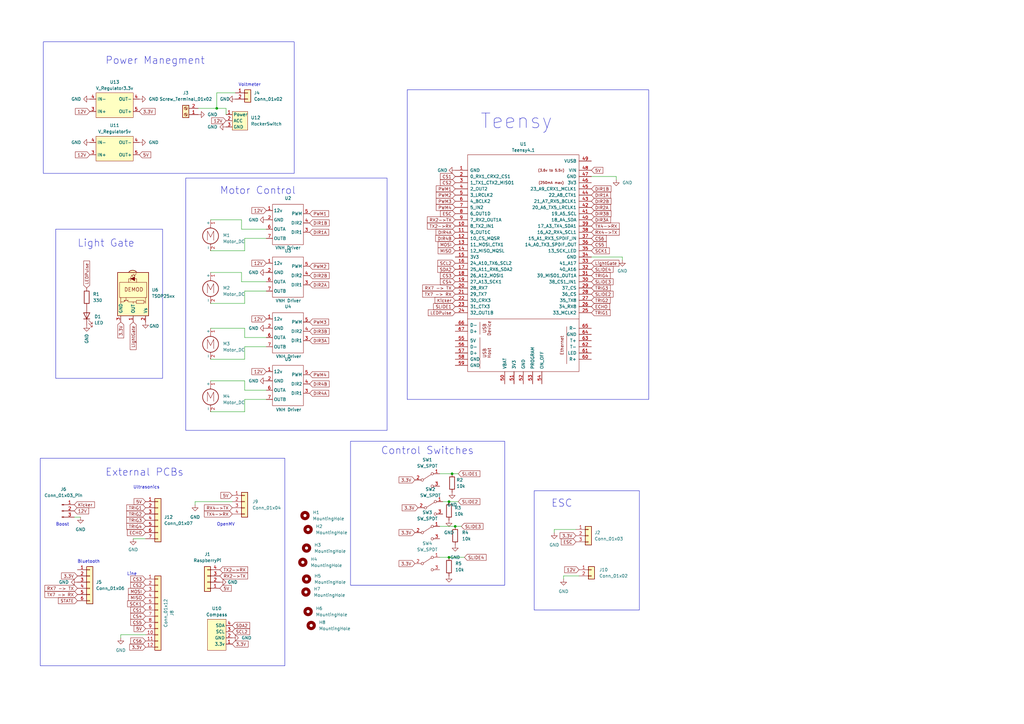
<source format=kicad_sch>
(kicad_sch (version 20231120) (generator "eeschema") (generator_version "8.0")
  (paper "A3")
  (lib_symbols
    (symbol "Compass_Sensor:SEN0140"
      (property "Reference" "U" (at 0 -8.89 0))
      (property "Value" "SEN0140" (at 0 8.89 0))
      (symbol "SEN0140_1_1"
        (pin input line (at -5.08 2.54 0) (length 2.54) (name "3.3v") (number "1"))
        (pin input line (at -5.08 0 0) (length 2.54) (name "GND") (number "2"))
        (pin input line (at -5.08 -2.54 0) (length 2.54) (name "SCL") (number "3"))
        (pin input line (at -5.08 -5.08 0) (length 2.54) (name "SDA") (number "4"))
      )
    )
    (symbol "Connector:Conn_01x03_Pin" (pin_names (offset 1.016) hide)
      (property "Reference" "J" (at 0 5.08 0))
      (property "Value" "Conn_01x03_Pin" (at 0 -5.08 0))
      (symbol "Conn_01x03_Pin_1_1"
        (pin passive line (at 5.08 2.54 180) (length 3.81) (name "Pin_1") (number "1"))
        (pin passive line (at 5.08 0 180) (length 3.81) (name "Pin_2") (number "2"))
        (pin passive line (at 5.08 -2.54 180) (length 3.81) (name "Pin_3") (number "3"))
      )
    )
    (symbol "Connector:Screw_Terminal_01x02" (pin_names (offset 1.016) hide)
      (property "Reference" "J" (at 0 2.54 0))
      (property "Value" "Screw_Terminal_01x02" (at 0 -5.08 0))
      (symbol "Screw_Terminal_01x02_1_1"
        (pin passive line (at -5.08 0 0) (length 3.81) (name "Pin_1") (number "1"))
        (pin passive line (at -5.08 -2.54 0) (length 3.81) (name "Pin_2") (number "2"))
      )
    )
    (symbol "Connector_Generic:Conn_01x02" (pin_names (offset 1.016) hide)
      (property "Reference" "J" (at 0 2.54 0))
      (property "Value" "Conn_01x02" (at 0 -5.08 0))
      (symbol "Conn_01x02_1_1"
        (pin passive line (at -5.08 0 0) (length 3.81) (name "Pin_1") (number "1"))
        (pin passive line (at -5.08 -2.54 0) (length 3.81) (name "Pin_2") (number "2"))
      )
    )
    (symbol "Connector_Generic:Conn_01x03" (pin_names (offset 1.016) hide)
      (property "Reference" "J" (at 0 5.08 0))
      (property "Value" "Conn_01x03" (at 0 -5.08 0))
      (symbol "Conn_01x03_1_1"
        (pin passive line (at -5.08 2.54 0) (length 3.81) (name "Pin_1") (number "1"))
        (pin passive line (at -5.08 0 0) (length 3.81) (name "Pin_2") (number "2"))
        (pin passive line (at -5.08 -2.54 0) (length 3.81) (name "Pin_3") (number "3"))
      )
    )
    (symbol "Connector_Generic:Conn_01x04" (pin_names (offset 1.016) hide)
      (property "Reference" "J" (at 0 5.08 0))
      (property "Value" "Conn_01x04" (at 0 -7.62 0))
      (symbol "Conn_01x04_1_1"
        (pin passive line (at -5.08 2.54 0) (length 3.81) (name "Pin_1") (number "1"))
        (pin passive line (at -5.08 0 0) (length 3.81) (name "Pin_2") (number "2"))
        (pin passive line (at -5.08 -2.54 0) (length 3.81) (name "Pin_3") (number "3"))
        (pin passive line (at -5.08 -5.08 0) (length 3.81) (name "Pin_4") (number "4"))
      )
    )
    (symbol "Connector_Generic:Conn_01x06" (pin_names (offset 1.016) hide)
      (property "Reference" "J" (at 0 7.62 0))
      (property "Value" "Conn_01x06" (at 0 -10.16 0))
      (symbol "Conn_01x06_1_1"
        (pin passive line (at -5.08 5.08 0) (length 3.81) (name "Pin_1") (number "1"))
        (pin passive line (at -5.08 2.54 0) (length 3.81) (name "Pin_2") (number "2"))
        (pin passive line (at -5.08 0 0) (length 3.81) (name "Pin_3") (number "3"))
        (pin passive line (at -5.08 -2.54 0) (length 3.81) (name "Pin_4") (number "4"))
        (pin passive line (at -5.08 -5.08 0) (length 3.81) (name "Pin_5") (number "5"))
        (pin passive line (at -5.08 -7.62 0) (length 3.81) (name "Pin_6") (number "6"))
      )
    )
    (symbol "Connector_Generic:Conn_01x07" (pin_names (offset 1.016) hide)
      (property "Reference" "J" (at 0 10.16 0))
      (property "Value" "Conn_01x07" (at 0 -10.16 0))
      (symbol "Conn_01x07_1_1"
        (pin passive line (at -5.08 7.62 0) (length 3.81) (name "Pin_1") (number "1"))
        (pin passive line (at -5.08 5.08 0) (length 3.81) (name "Pin_2") (number "2"))
        (pin passive line (at -5.08 2.54 0) (length 3.81) (name "Pin_3") (number "3"))
        (pin passive line (at -5.08 0 0) (length 3.81) (name "Pin_4") (number "4"))
        (pin passive line (at -5.08 -2.54 0) (length 3.81) (name "Pin_5") (number "5"))
        (pin passive line (at -5.08 -5.08 0) (length 3.81) (name "Pin_6") (number "6"))
        (pin passive line (at -5.08 -7.62 0) (length 3.81) (name "Pin_7") (number "7"))
      )
    )
    (symbol "Connector_Generic:Conn_01x12" (pin_names (offset 1.016) hide)
      (property "Reference" "J" (at 0 15.24 0))
      (property "Value" "Conn_01x12" (at 0 -17.78 0))
      (symbol "Conn_01x12_1_1"
        (pin passive line (at -5.08 12.7 0) (length 3.81) (name "Pin_1") (number "1"))
        (pin passive line (at -5.08 -10.16 0) (length 3.81) (name "Pin_10") (number "10"))
        (pin passive line (at -5.08 -12.7 0) (length 3.81) (name "Pin_11") (number "11"))
        (pin passive line (at -5.08 -15.24 0) (length 3.81) (name "Pin_12") (number "12"))
        (pin passive line (at -5.08 10.16 0) (length 3.81) (name "Pin_2") (number "2"))
        (pin passive line (at -5.08 7.62 0) (length 3.81) (name "Pin_3") (number "3"))
        (pin passive line (at -5.08 5.08 0) (length 3.81) (name "Pin_4") (number "4"))
        (pin passive line (at -5.08 2.54 0) (length 3.81) (name "Pin_5") (number "5"))
        (pin passive line (at -5.08 0 0) (length 3.81) (name "Pin_6") (number "6"))
        (pin passive line (at -5.08 -2.54 0) (length 3.81) (name "Pin_7") (number "7"))
        (pin passive line (at -5.08 -5.08 0) (length 3.81) (name "Pin_8") (number "8"))
        (pin passive line (at -5.08 -7.62 0) (length 3.81) (name "Pin_9") (number "9"))
      )
    )
    (symbol "Device:LED" (pin_numbers hide) (pin_names (offset 1.016) hide)
      (property "Reference" "D" (at 0 2.54 0))
      (property "Value" "LED" (at 0 -2.54 0))
      (symbol "LED_1_1"
        (pin passive line (at -3.81 0 0) (length 2.54) (name "K") (number "1"))
        (pin passive line (at 3.81 0 180) (length 2.54) (name "A") (number "2"))
      )
    )
    (symbol "Device:R" (pin_numbers hide) (pin_names (offset 0))
      (property "Reference" "R" (at 2.032 0 90))
      (property "Value" "R" (at 0 0 90))
      (symbol "R_1_1"
        (pin passive line (at 0 3.81 270) (length 1.27) (name "~") (number "1"))
        (pin passive line (at 0 -3.81 90) (length 1.27) (name "~") (number "2"))
      )
    )
    (symbol "Interface_Optical:TSOP25xx" (pin_names (offset 1.016))
      (property "Reference" "U" (at -10.16 7.62 0))
      (property "Value" "TSOP25xx" (at -10.16 -7.62 0))
      (symbol "TSOP25xx_0_0"
        (text "DEMOD" (at -3.175 0.254 900) (effects (font (size 1.524 1.524))))
      )
      (symbol "TSOP25xx_1_1"
        (pin output line (at 10.16 0 180) (length 2.54) (name "OUT") (number "1"))
        (pin power_in line (at 10.16 5.08 180) (length 2.54) (name "Vs") (number "2"))
        (pin power_in line (at 10.16 -5.08 180) (length 2.54) (name "GND") (number "3"))
      )
    )
    (symbol "Mechanical:MountingHole" (pin_names (offset 1.016))
      (property "Reference" "H" (at 0 5.08 0))
      (property "Value" "MountingHole" (at 0 3.175 0))
    )
    (symbol "Motor:Motor_DC" (pin_names (offset 0))
      (property "Reference" "M" (at 2.54 2.54 0))
      (property "Value" "Motor_DC" (at 2.54 -5.08 0))
      (symbol "Motor_DC_1_1"
        (pin passive line (at 0 5.08 270) (length 2.54) (name "+") (number "1"))
        (pin passive line (at 0 -7.62 90) (length 2.54) (name "-") (number "2"))
      )
    )
    (symbol "RockerSwitch:RockerSwitch"
      (property "Reference" "U" (at 0 -5.08 0))
      (property "Value" "RockerSwitch" (at 0 5.08 0))
      (symbol "RockerSwitch_1_1"
        (pin input line (at -5.08 2.54 0) (length 2.54) (name "Power") (number "1"))
        (pin input line (at -5.08 0 0) (length 2.54) (name "ACC") (number "2"))
        (pin input line (at -5.08 -2.54 0) (length 2.54) (name "GND") (number "3"))
      )
    )
    (symbol "Switch:SW_SPDT" (pin_names (offset 0) hide)
      (property "Reference" "SW" (at 0 4.318 0))
      (property "Value" "SW_SPDT" (at 0 -5.08 0))
      (symbol "SW_SPDT_1_1"
        (pin passive line (at 5.08 2.54 180) (length 2.54) (name "A") (number "1"))
        (pin passive line (at -5.08 0 0) (length 2.54) (name "B") (number "2"))
        (pin passive line (at 5.08 -2.54 180) (length 2.54) (name "C") (number "3"))
      )
    )
    (symbol "VNHMotorDriver:MotorDriver"
      (property "Reference" "U" (at 0 6.35 0))
      (property "Value" "VNH Driver" (at 0 -10.16 0))
      (symbol "MotorDriver_1_1"
        (pin input line (at -8.89 5.08 0) (length 2.54) (name "12v") (number "1"))
        (pin input line (at -8.89 1.27 0) (length 2.54) (name "GND") (number "2"))
        (pin input line (at 8.89 -3.81 180) (length 2.54) (name "DIR1") (number "3"))
        (pin input line (at 8.89 0 180) (length 2.54) (name "DIR2") (number "4"))
        (pin input line (at 8.89 3.81 180) (length 2.54) (name "PWM") (number "5"))
        (pin input line (at -8.89 -2.54 0) (length 2.54) (name "OUTA") (number "6"))
        (pin input line (at -8.89 -6.35 0) (length 2.54) (name "OUTB") (number "7"))
      )
    )
    (symbol "V_Regulator_-_5v_1"
      (property "Reference" "U13" (at 0 9.525 0))
      (property "Value" "V_Regulator3.3v" (at 0 6.985 0))
      (symbol "V_Regulator_-_5v_1_1_1"
        (pin input line (at -10.16 -2.54 0) (length 2.54) (name "IN+") (number "3"))
        (pin input line (at -10.16 2.54 0) (length 2.54) (name "IN-") (number "4"))
        (pin input line (at 10.16 2.54 180) (length 2.54) (name "OUT-") (number "4"))
        (pin input line (at 10.16 -2.54 180) (length 2.54) (name "OUT+") (number "5"))
      )
    )
    (symbol "Voltage Regulator:V_Regulator_-_5v"
      (property "Reference" "U11" (at 0 9.525 0))
      (property "Value" "V_Regulator5v" (at 0 6.985 0))
      (symbol "V_Regulator_-_5v_1_1"
        (pin input line (at -10.16 -2.54 0) (length 2.54) (name "IN+") (number "3"))
        (pin input line (at -10.16 2.54 0) (length 2.54) (name "IN-") (number "4"))
        (pin input line (at 10.16 2.54 180) (length 2.54) (name "OUT-") (number "4"))
        (pin input line (at 10.16 -2.54 180) (length 2.54) (name "OUT+") (number "5"))
      )
    )
    (symbol "power:GND" (power) (pin_names (offset 0))
      (property "Value" "GND" (at 0 -3.81 0))
      (symbol "GND_1_1"
        (pin power_in line (at 0 0 270) (length 0) hide (name "GND") (number "1"))
      )
    )
    (symbol "teensy:Teensy4.1" (pin_names (offset 1.016))
      (property "Reference" "U" (at 0 64.77 0))
      (property "Value" "Teensy4.1" (at 0 62.23 0))
      (symbol "Teensy4.1_0_0"
        (text "(250mA max)" (at 11.43 49.53 0) (effects (font (size 1.016 1.016))))
        (text "(3.6v to 5.5v)" (at 11.43 54.61 0) (effects (font (size 1.016 1.016))))
        (text "Device" (at -13.97 -10.16 900) (effects (font (size 1.27 1.27))))
        (text "Ethernet" (at 15.875 -17.145 900) (effects (font (size 1.27 1.27))))
        (text "Host" (at -13.97 -20.32 900) (effects (font (size 1.27 1.27))))
        (text "USB" (at -15.875 -20.32 900) (effects (font (size 1.27 1.27))))
        (text "USB" (at -15.875 -10.16 900) (effects (font (size 1.27 1.27))))
        (pin bidirectional line (at -27.94 31.75 0) (length 5.08) (name "8_TX2_IN1") (number "10"))
        (pin bidirectional line (at -27.94 29.21 0) (length 5.08) (name "9_OUT1C") (number "11"))
        (pin bidirectional line (at -27.94 26.67 0) (length 5.08) (name "10_CS_MQSR") (number "12"))
        (pin bidirectional line (at -27.94 24.13 0) (length 5.08) (name "11_MOSI_CTX1") (number "13"))
        (pin bidirectional line (at -27.94 21.59 0) (length 5.08) (name "12_MISO_MQSL") (number "14"))
        (pin power_in line (at -27.94 19.05 0) (length 5.08) (name "3V3") (number "15"))
        (pin bidirectional line (at -27.94 16.51 0) (length 5.08) (name "24_A10_TX6_SCL2") (number "16"))
        (pin bidirectional line (at -27.94 13.97 0) (length 5.08) (name "25_A11_RX6_SDA2") (number "17"))
        (pin bidirectional line (at -27.94 11.43 0) (length 5.08) (name "26_A12_MOSI1") (number "18"))
        (pin bidirectional line (at -27.94 8.89 0) (length 5.08) (name "27_A13_SCK1") (number "19"))
        (pin bidirectional line (at -27.94 6.35 0) (length 5.08) (name "28_RX7") (number "20"))
        (pin bidirectional line (at -27.94 3.81 0) (length 5.08) (name "29_TX7") (number "21"))
        (pin bidirectional line (at -27.94 1.27 0) (length 5.08) (name "30_CRX3") (number "22"))
        (pin bidirectional line (at -27.94 -1.27 0) (length 5.08) (name "31_CTX3") (number "23"))
        (pin bidirectional line (at -27.94 -3.81 0) (length 5.08) (name "32_OUT1B") (number "24"))
        (pin bidirectional line (at 27.94 -3.81 180) (length 5.08) (name "33_MCLK2") (number "25"))
        (pin bidirectional line (at 27.94 -1.27 180) (length 5.08) (name "34_RX8") (number "26"))
        (pin bidirectional line (at 27.94 1.27 180) (length 5.08) (name "35_TX8") (number "27"))
        (pin bidirectional line (at 27.94 3.81 180) (length 5.08) (name "36_CS") (number "28"))
        (pin bidirectional line (at 27.94 6.35 180) (length 5.08) (name "37_CS") (number "29"))
        (pin bidirectional line (at 27.94 8.89 180) (length 5.08) (name "38_CS1_IN1") (number "30"))
        (pin bidirectional line (at 27.94 11.43 180) (length 5.08) (name "39_MISO1_OUT1A") (number "31"))
        (pin bidirectional line (at 27.94 13.97 180) (length 5.08) (name "40_A16") (number "32"))
        (pin bidirectional line (at 27.94 16.51 180) (length 5.08) (name "41_A17") (number "33"))
        (pin bidirectional line (at 27.94 21.59 180) (length 5.08) (name "13_SCK_LED") (number "35"))
        (pin bidirectional line (at 27.94 24.13 180) (length 5.08) (name "14_A0_TX3_SPDIF_OUT") (number "36"))
        (pin bidirectional line (at 27.94 26.67 180) (length 5.08) (name "15_A1_RX3_SPDIF_IN") (number "37"))
        (pin bidirectional line (at 27.94 29.21 180) (length 5.08) (name "16_A2_RX4_SCL1") (number "38"))
        (pin bidirectional line (at 27.94 31.75 180) (length 5.08) (name "17_A3_TX4_SDA1") (number "39"))
        (pin bidirectional line (at 27.94 34.29 180) (length 5.08) (name "18_A4_SDA") (number "40"))
        (pin bidirectional line (at 27.94 36.83 180) (length 5.08) (name "19_A5_SCL") (number "41"))
        (pin bidirectional line (at 27.94 39.37 180) (length 5.08) (name "20_A6_TX5_LRCLK1") (number "42"))
        (pin bidirectional line (at 27.94 41.91 180) (length 5.08) (name "21_A7_RX5_BCLK1") (number "43"))
        (pin bidirectional line (at 27.94 44.45 180) (length 5.08) (name "22_A8_CTX1") (number "44"))
        (pin bidirectional line (at 27.94 46.99 180) (length 5.08) (name "23_A9_CRX1_MCLK1") (number "45"))
        (pin output line (at 27.94 49.53 180) (length 5.08) (name "3V3") (number "46"))
        (pin output line (at 27.94 52.07 180) (length 5.08) (name "GND") (number "47"))
        (pin power_in line (at 27.94 54.61 180) (length 5.08) (name "VIN") (number "48"))
        (pin power_out line (at 27.94 58.42 180) (length 5.08) (name "VUSB") (number "49"))
        (pin bidirectional line (at -27.94 44.45 0) (length 5.08) (name "3_LRCLK2") (number "5"))
        (pin power_in line (at -7.62 -33.02 90) (length 5.08) (name "VBAT") (number "50"))
        (pin power_in line (at -3.81 -33.02 90) (length 5.08) (name "3V3") (number "51"))
        (pin input line (at 0 -33.02 90) (length 5.08) (name "GND") (number "52"))
        (pin input line (at 3.81 -33.02 90) (length 5.08) (name "PROGRAM") (number "53"))
        (pin input line (at 7.62 -33.02 90) (length 5.08) (name "ON_OFF") (number "54"))
        (pin power_out line (at -27.94 -15.24 0) (length 5.08) (name "5V") (number "55"))
        (pin bidirectional line (at -27.94 -17.78 0) (length 5.08) (name "D-") (number "56"))
        (pin bidirectional line (at -27.94 -20.32 0) (length 5.08) (name "D+") (number "57"))
        (pin power_in line (at -27.94 -22.86 0) (length 5.08) (name "GND") (number "58"))
        (pin power_in line (at -27.94 -25.4 0) (length 5.08) (name "GND") (number "59"))
        (pin bidirectional line (at -27.94 41.91 0) (length 5.08) (name "4_BCLK2") (number "6"))
        (pin bidirectional line (at 27.94 -22.86 180) (length 5.08) (name "R+") (number "60"))
        (pin bidirectional line (at 27.94 -20.32 180) (length 5.08) (name "LED") (number "61"))
        (pin bidirectional line (at 27.94 -17.78 180) (length 5.08) (name "T-") (number "62"))
        (pin bidirectional line (at 27.94 -15.24 180) (length 5.08) (name "T+") (number "63"))
        (pin power_in line (at 27.94 -12.7 180) (length 5.08) (name "GND") (number "64"))
        (pin bidirectional line (at 27.94 -10.16 180) (length 5.08) (name "R-") (number "65"))
        (pin bidirectional line (at -27.94 -8.89 0) (length 5.08) (name "D-") (number "66"))
        (pin bidirectional line (at -27.94 -11.43 0) (length 5.08) (name "D+") (number "67"))
        (pin bidirectional line (at -27.94 39.37 0) (length 5.08) (name "5_IN2") (number "7"))
        (pin bidirectional line (at -27.94 36.83 0) (length 5.08) (name "6_OUT1D") (number "8"))
        (pin bidirectional line (at -27.94 34.29 0) (length 5.08) (name "7_RX2_OUT1A") (number "9"))
      )
      (symbol "Teensy4.1_1_1"
        (pin power_in line (at -27.94 54.61 0) (length 5.08) (name "GND") (number "1"))
        (pin bidirectional line (at -27.94 52.07 0) (length 5.08) (name "0_RX1_CRX2_CS1") (number "2"))
        (pin bidirectional line (at -27.94 49.53 0) (length 5.08) (name "1_TX1_CTX2_MISO1") (number "3"))
        (pin power_in line (at 27.94 19.05 180) (length 5.08) (name "GND") (number "34"))
        (pin bidirectional line (at -27.94 46.99 0) (length 5.08) (name "2_OUT2") (number "4"))
      )
    )
  )
  (junction (at 88.9 44.45))
  (junction (at 185.42 194.31))
  (junction (at 184.15 205.74))
  (junction (at 184.15 228.6))
  (junction (at 186.69 215.9))
  (wire (pts (xy 99.06 93.98) (xy 99.06 90.17)))
  (wire (pts (xy 100.33 168.91) (xy 86.36 168.91)))
  (wire (pts (xy 100.33 160.02) (xy 100.33 156.21)))
  (wire (pts (xy 100.33 138.43) (xy 100.33 134.62)))
  (wire (pts (xy 180.34 194.31) (xy 185.42 194.31)))
  (wire (pts (xy 186.69 215.9) (xy 189.23 215.9)))
  (wire (pts (xy 100.33 119.38) (xy 100.33 124.46)))
  (wire (pts (xy 88.9 44.45) (xy 92.71 44.45)))
  (wire (pts (xy 100.33 156.21) (xy 86.36 156.21)))
  (wire (pts (xy 100.33 97.79) (xy 100.33 102.87)))
  (wire (pts (xy 180.34 215.9) (xy 186.69 215.9)))
  (wire (pts (xy 100.33 163.83) (xy 100.33 168.91)))
  (wire (pts (xy 109.22 160.02) (xy 100.33 160.02)))
  (wire (pts (xy 252.73 72.39) (xy 242.57 72.39)))
  (wire (pts (xy 88.9 38.1) (xy 88.9 44.45)))
  (wire (pts (xy 109.22 142.24) (xy 100.33 142.24)))
  (wire (pts (xy 100.33 124.46) (xy 86.36 124.46)))
  (wire (pts (xy 96.52 38.1) (xy 88.9 38.1)))
  (wire (pts (xy 252.73 73.66) (xy 252.73 72.39)))
  (wire (pts (xy 99.06 115.57) (xy 99.06 111.76)))
  (wire (pts (xy 231.14 236.22) (xy 237.49 236.22)))
  (wire (pts (xy 100.33 102.87) (xy 86.36 102.87)))
  (wire (pts (xy 100.33 142.24) (xy 100.33 147.32)))
  (wire (pts (xy 227.33 217.17) (xy 236.22 217.17)))
  (wire (pts (xy 49.53 260.35) (xy 59.69 260.35)))
  (wire (pts (xy 99.06 111.76) (xy 86.36 111.76)))
  (wire (pts (xy 180.34 228.6) (xy 184.15 228.6)))
  (wire (pts (xy 80.01 205.74) (xy 95.25 205.74)))
  (wire (pts (xy 109.22 115.57) (xy 99.06 115.57)))
  (wire (pts (xy 100.33 134.62) (xy 86.36 134.62)))
  (wire (pts (xy 81.28 44.45) (xy 88.9 44.45)))
  (wire (pts (xy 30.48 212.09) (xy 33.02 212.09)))
  (wire (pts (xy 80.01 207.01) (xy 80.01 205.74)))
  (wire (pts (xy 109.22 119.38) (xy 100.33 119.38)))
  (wire (pts (xy 100.33 147.32) (xy 86.36 147.32)))
  (wire (pts (xy 181.61 205.74) (xy 184.15 205.74)))
  (wire (pts (xy 109.22 138.43) (xy 100.33 138.43)))
  (wire (pts (xy 109.22 97.79) (xy 100.33 97.79)))
  (wire (pts (xy 255.27 105.41) (xy 242.57 105.41)))
  (wire (pts (xy 185.42 194.31) (xy 187.96 194.31)))
  (wire (pts (xy 92.71 44.45) (xy 92.71 46.99)))
  (wire (pts (xy 184.15 228.6) (xy 190.5 228.6)))
  (wire (pts (xy 109.22 93.98) (xy 99.06 93.98)))
  (wire (pts (xy 99.06 90.17) (xy 86.36 90.17)))
  (wire (pts (xy 59.69 220.98) (xy 54.61 220.98)))
  (wire (pts (xy 231.14 237.49) (xy 231.14 236.22)))
  (wire (pts (xy 227.33 218.44) (xy 227.33 217.17)))
  (wire (pts (xy 255.27 106.68) (xy 255.27 105.41)))
  (wire (pts (xy 184.15 205.74) (xy 187.96 205.74)))
  (wire (pts (xy 109.22 163.83) (xy 100.33 163.83)))
  (wire (pts (xy 49.53 261.62) (xy 49.53 260.35)))
  (rectangle (start 219.075 201.295) (end 262.255 250.19))
  (rectangle (start 167.005 36.83) (end 266.065 163.83))
  (rectangle (start 22.86 93.98) (end 66.675 155.194))
  (rectangle (start 76.2 73.025) (end 158.75 176.53))
  (rectangle (start 17.78 17.145) (end 120.65 71.12))
  (rectangle (start 16.51 187.96) (end 116.84 273.05))
  (rectangle (start 143.764 180.975) (end 207.01 240.03))
  (text "Line" (at 52.07 236.22 0) (effects (font (size 1.27 1.27)) (justify left bottom)))
  (text "OpenMV" (at 88.9 215.9 0) (effects (font (size 1.27 1.27)) (justify left bottom)))
  (text "Voltmeter\n" (at 97.79 35.56 0) (effects (font (size 1.27 1.27)) (justify left bottom)))
  (text "Light Gate" (at 31.75 101.6 0) (effects (font (size 3 3)) (justify left bottom)))
  (text "External PCBs" (at 43.18 195.58 0) (effects (font (size 3 3)) (justify left bottom)))
  (text "Boost" (at 22.86 215.9 0) (effects (font (size 1.27 1.27)) (justify left bottom)))
  (text "Control Switches" (at 156.21 186.69 0) (effects (font (size 3 3)) (justify left bottom)))
  (text "Teensy" (at 196.85 53.34 0) (effects (font (size 6 6)) (justify left bottom)))
  (text "ESC" (at 226.06 208.28 0) (effects (font (size 3 3)) (justify left bottom)))
  (text "Bluetooth\n" (at 31.75 231.14 0) (effects (font (size 1.27 1.27)) (justify left bottom)))
  (text "Ultrasonics\n" (at 54.61 200.66 0) (effects (font (size 1.27 1.27)) (justify left bottom)))
  (text "Power Manegment" (at 43.18 26.67 0) (effects (font (size 3 3)) (justify left bottom)))
  (text "Motor Control" (at 90.17 80.01 0) (effects (font (size 3 3)) (justify left bottom)))
  (global_label "DIR1B" (shape input) (at 127 91.44 0) (property "Intersheetrefs" "${INTERSHEET_REFS}" (effects (hide yes))))
  (global_label "ECHO" (shape input) (at 59.69 218.44 180) (property "Intersheetrefs" "${INTERSHEET_REFS}" (effects (hide yes))))
  (global_label "TX4->RX" (shape input) (at 242.57 92.71 0) (property "Intersheetrefs" "${INTERSHEET_REFS}" (effects (hide yes))))
  (global_label "TRIG2" (shape input) (at 242.57 123.19 0) (property "Intersheetrefs" "${INTERSHEET_REFS}" (effects (hide yes))))
  (global_label "SDA2" (shape input) (at 95.25 256.54 0) (property "Intersheetrefs" "${INTERSHEET_REFS}" (effects (hide yes))))
  (global_label "RX7 -> TX" (shape input) (at 186.69 118.11 180) (property "Intersheetrefs" "${INTERSHEET_REFS}" (effects (hide yes))))
  (global_label "DIR3A" (shape input) (at 127 139.7 0) (property "Intersheetrefs" "${INTERSHEET_REFS}" (effects (hide yes))))
  (global_label "SCL2" (shape input) (at 95.25 259.08 0) (property "Intersheetrefs" "${INTERSHEET_REFS}" (effects (hide yes))))
  (global_label "3.3V" (shape input) (at 59.69 265.43 180) (property "Intersheetrefs" "${INTERSHEET_REFS}" (effects (hide yes))))
  (global_label "TX7 -> RX" (shape input) (at 186.69 120.65 180) (property "Intersheetrefs" "${INTERSHEET_REFS}" (effects (hide yes))))
  (global_label "12V" (shape input) (at 109.22 107.95 180) (property "Intersheetrefs" "${INTERSHEET_REFS}" (effects (hide yes))))
  (global_label "MOSI" (shape input) (at 186.69 100.33 180) (property "Intersheetrefs" "${INTERSHEET_REFS}" (effects (hide yes))))
  (global_label "12V" (shape input) (at 30.48 209.55 0) (property "Intersheetrefs" "${INTERSHEET_REFS}" (effects (hide yes))))
  (global_label "5V" (shape input) (at 59.69 205.74 180) (property "Intersheetrefs" "${INTERSHEET_REFS}" (effects (hide yes))))
  (global_label "3.3V" (shape input) (at 95.25 264.16 0) (property "Intersheetrefs" "${INTERSHEET_REFS}" (effects (hide yes))))
  (global_label "TX2->RX" (shape input) (at 90.17 233.68 0) (property "Intersheetrefs" "${INTERSHEET_REFS}" (effects (hide yes))))
  (global_label "ECHO" (shape input) (at 242.57 125.73 0) (property "Intersheetrefs" "${INTERSHEET_REFS}" (effects (hide yes))))
  (global_label "DIR3A" (shape input) (at 242.57 90.17 0) (property "Intersheetrefs" "${INTERSHEET_REFS}" (effects (hide yes))))
  (global_label "5V" (shape input) (at 90.17 241.3 0) (property "Intersheetrefs" "${INTERSHEET_REFS}" (effects (hide yes))))
  (global_label "RX7 -> TX" (shape input) (at 31.75 241.3 180) (property "Intersheetrefs" "${INTERSHEET_REFS}" (effects (hide yes))))
  (global_label "DIR2A" (shape input) (at 242.57 85.09 0) (property "Intersheetrefs" "${INTERSHEET_REFS}" (effects (hide yes))))
  (global_label "3.3V" (shape input) (at 170.18 218.44 180) (property "Intersheetrefs" "${INTERSHEET_REFS}" (effects (hide yes))))
  (global_label "3.3V" (shape input) (at 49.53 132.08 270) (property "Intersheetrefs" "${INTERSHEET_REFS}" (effects (hide yes))))
  (global_label "MISO" (shape input) (at 59.69 245.11 180) (property "Intersheetrefs" "${INTERSHEET_REFS}" (effects (hide yes))))
  (global_label "12V" (shape input) (at 92.71 49.53 180) (property "Intersheetrefs" "${INTERSHEET_REFS}" (effects (hide yes))))
  (global_label "LEDPulse" (shape input) (at 35.56 118.11 90) (property "Intersheetrefs" "${INTERSHEET_REFS}" (effects (hide yes))))
  (global_label "3.3V" (shape input) (at 171.45 208.28 180) (property "Intersheetrefs" "${INTERSHEET_REFS}" (effects (hide yes))))
  (global_label "CS6" (shape input) (at 59.69 262.89 180) (property "Intersheetrefs" "${INTERSHEET_REFS}" (effects (hide yes))))
  (global_label "Kicker" (shape input) (at 186.69 123.19 180) (property "Intersheetrefs" "${INTERSHEET_REFS}" (effects (hide yes))))
  (global_label "DIR4B" (shape input) (at 186.69 97.79 180) (property "Intersheetrefs" "${INTERSHEET_REFS}" (effects (hide yes))))
  (global_label "DIR3B" (shape input) (at 127 135.89 0) (property "Intersheetrefs" "${INTERSHEET_REFS}" (effects (hide yes))))
  (global_label "RX4->TX" (shape input) (at 242.57 95.25 0) (property "Intersheetrefs" "${INTERSHEET_REFS}" (effects (hide yes))))
  (global_label "DIR2B" (shape input) (at 242.57 82.55 0) (property "Intersheetrefs" "${INTERSHEET_REFS}" (effects (hide yes))))
  (global_label "CS4" (shape input) (at 59.69 252.73 180) (property "Intersheetrefs" "${INTERSHEET_REFS}" (effects (hide yes))))
  (global_label "3.3V" (shape input) (at 170.18 231.14 180) (property "Intersheetrefs" "${INTERSHEET_REFS}" (effects (hide yes))))
  (global_label "CS3" (shape input) (at 59.69 237.49 180) (property "Intersheetrefs" "${INTERSHEET_REFS}" (effects (hide yes))))
  (global_label "CS2" (shape input) (at 186.69 74.93 180) (property "Intersheetrefs" "${INTERSHEET_REFS}" (effects (hide yes))))
  (global_label "CS1" (shape input) (at 186.69 72.39 180) (property "Intersheetrefs" "${INTERSHEET_REFS}" (effects (hide yes))))
  (global_label "SCL2" (shape input) (at 186.69 107.95 180) (property "Intersheetrefs" "${INTERSHEET_REFS}" (effects (hide yes))))
  (global_label "DIR2A" (shape input) (at 127 116.84 0) (property "Intersheetrefs" "${INTERSHEET_REFS}" (effects (hide yes))))
  (global_label "TRIG4" (shape input) (at 59.69 215.9 180) (property "Intersheetrefs" "${INTERSHEET_REFS}" (effects (hide yes))))
  (global_label "PWM1" (shape input) (at 186.69 77.47 180) (property "Intersheetrefs" "${INTERSHEET_REFS}" (effects (hide yes))))
  (global_label "LightGate" (shape input) (at 242.57 107.95 0) (property "Intersheetrefs" "${INTERSHEET_REFS}" (effects (hide yes))))
  (global_label "DIR1A" (shape input) (at 242.57 80.01 0) (property "Intersheetrefs" "${INTERSHEET_REFS}" (effects (hide yes))))
  (global_label "PWM4" (shape input) (at 127 153.67 0) (property "Intersheetrefs" "${INTERSHEET_REFS}" (effects (hide yes))))
  (global_label "CS5" (shape input) (at 242.57 100.33 0) (property "Intersheetrefs" "${INTERSHEET_REFS}" (effects (hide yes))))
  (global_label "LightGate" (shape input) (at 54.61 132.08 270) (property "Intersheetrefs" "${INTERSHEET_REFS}" (effects (hide yes))))
  (global_label "TRIG2" (shape input) (at 59.69 210.82 180) (property "Intersheetrefs" "${INTERSHEET_REFS}" (effects (hide yes))))
  (global_label "SCK1" (shape input) (at 59.69 247.65 180) (property "Intersheetrefs" "${INTERSHEET_REFS}" (effects (hide yes))))
  (global_label "PWM2" (shape input) (at 127 109.22 0) (property "Intersheetrefs" "${INTERSHEET_REFS}" (effects (hide yes))))
  (global_label "DIR3B" (shape input) (at 242.57 87.63 0) (property "Intersheetrefs" "${INTERSHEET_REFS}" (effects (hide yes))))
  (global_label "DIR1A" (shape input) (at 127 95.25 0) (property "Intersheetrefs" "${INTERSHEET_REFS}" (effects (hide yes))))
  (global_label "SLIDE1" (shape input) (at 187.96 194.31 0) (property "Intersheetrefs" "${INTERSHEET_REFS}" (effects (hide yes))))
  (global_label "12V" (shape input) (at 36.83 63.5 180) (property "Intersheetrefs" "${INTERSHEET_REFS}" (effects (hide yes))))
  (global_label "DIR4B" (shape input) (at 127 157.48 0) (property "Intersheetrefs" "${INTERSHEET_REFS}" (effects (hide yes))))
  (global_label "PWM4" (shape input) (at 186.69 85.09 180) (property "Intersheetrefs" "${INTERSHEET_REFS}" (effects (hide yes))))
  (global_label "DIR1B" (shape input) (at 242.57 77.47 0) (property "Intersheetrefs" "${INTERSHEET_REFS}" (effects (hide yes))))
  (global_label "SLIDE3" (shape input) (at 242.57 115.57 0) (property "Intersheetrefs" "${INTERSHEET_REFS}" (effects (hide yes))))
  (global_label "5V" (shape input) (at 57.15 63.5 0) (property "Intersheetrefs" "${INTERSHEET_REFS}" (effects (hide yes))))
  (global_label "STATE" (shape input) (at 31.75 246.38 180) (property "Intersheetrefs" "${INTERSHEET_REFS}" (effects (hide yes))))
  (global_label "SLIDE2" (shape input) (at 187.96 205.74 0) (property "Intersheetrefs" "${INTERSHEET_REFS}" (effects (hide yes))))
  (global_label "3.3V" (shape input) (at 31.75 236.22 180) (property "Intersheetrefs" "${INTERSHEET_REFS}" (effects (hide yes))))
  (global_label "SLIDE3" (shape input) (at 189.23 215.9 0) (property "Intersheetrefs" "${INTERSHEET_REFS}" (effects (hide yes))))
  (global_label "5V" (shape input) (at 242.57 69.85 0) (property "Intersheetrefs" "${INTERSHEET_REFS}" (effects (hide yes))))
  (global_label "Kicker" (shape input) (at 30.48 207.01 0) (property "Intersheetrefs" "${INTERSHEET_REFS}" (effects (hide yes))))
  (global_label "SDA2" (shape input) (at 186.69 110.49 180) (property "Intersheetrefs" "${INTERSHEET_REFS}" (effects (hide yes))))
  (global_label "TRIG1" (shape input) (at 242.57 128.27 0) (property "Intersheetrefs" "${INTERSHEET_REFS}" (effects (hide yes))))
  (global_label "RX2->TX" (shape input) (at 90.17 236.22 0) (property "Intersheetrefs" "${INTERSHEET_REFS}" (effects (hide yes))))
  (global_label "3.3V" (shape input) (at 57.15 45.72 0) (property "Intersheetrefs" "${INTERSHEET_REFS}" (effects (hide yes))))
  (global_label "TX7 -> RX" (shape input) (at 31.75 243.84 180) (property "Intersheetrefs" "${INTERSHEET_REFS}" (effects (hide yes))))
  (global_label "MOSI" (shape input) (at 59.69 242.57 180) (property "Intersheetrefs" "${INTERSHEET_REFS}" (effects (hide yes))))
  (global_label "12V" (shape input) (at 109.22 152.4 180) (property "Intersheetrefs" "${INTERSHEET_REFS}" (effects (hide yes))))
  (global_label "DIR2B" (shape input) (at 127 113.03 0) (property "Intersheetrefs" "${INTERSHEET_REFS}" (effects (hide yes))))
  (global_label "DIR4A" (shape input) (at 127 161.29 0) (property "Intersheetrefs" "${INTERSHEET_REFS}" (effects (hide yes))))
  (global_label "SLIDE2" (shape input) (at 242.57 120.65 0) (property "Intersheetrefs" "${INTERSHEET_REFS}" (effects (hide yes))))
  (global_label "3.3V" (shape input) (at 236.22 219.71 180) (property "Intersheetrefs" "${INTERSHEET_REFS}" (effects (hide yes))))
  (global_label "RX4->TX" (shape input) (at 95.25 208.28 180) (property "Intersheetrefs" "${INTERSHEET_REFS}" (effects (hide yes))))
  (global_label "SLIDE1" (shape input) (at 186.69 125.73 180) (property "Intersheetrefs" "${INTERSHEET_REFS}" (effects (hide yes))))
  (global_label "ESC" (shape input) (at 186.69 87.63 180) (property "Intersheetrefs" "${INTERSHEET_REFS}" (effects (hide yes))))
  (global_label "PWM2" (shape input) (at 186.69 80.01 180) (property "Intersheetrefs" "${INTERSHEET_REFS}" (effects (hide yes))))
  (global_label "ESC" (shape input) (at 236.22 222.25 180) (property "Intersheetrefs" "${INTERSHEET_REFS}" (effects (hide yes))))
  (global_label "3.3V" (shape input) (at 170.18 196.85 180) (property "Intersheetrefs" "${INTERSHEET_REFS}" (effects (hide yes))))
  (global_label "TRIG3" (shape input) (at 242.57 118.11 0) (property "Intersheetrefs" "${INTERSHEET_REFS}" (effects (hide yes))))
  (global_label "DIR4A" (shape input) (at 186.69 95.25 180) (property "Intersheetrefs" "${INTERSHEET_REFS}" (effects (hide yes))))
  (global_label "TRIG3" (shape input) (at 59.69 213.36 180) (property "Intersheetrefs" "${INTERSHEET_REFS}" (effects (hide yes))))
  (global_label "TX4->RX" (shape input) (at 95.25 210.82 180) (property "Intersheetrefs" "${INTERSHEET_REFS}" (effects (hide yes))))
  (global_label "CS2" (shape input) (at 59.69 240.03 180) (property "Intersheetrefs" "${INTERSHEET_REFS}" (effects (hide yes))))
  (global_label "SCK1" (shape input) (at 242.57 102.87 0) (property "Intersheetrefs" "${INTERSHEET_REFS}" (effects (hide yes))))
  (global_label "LEDPulse" (shape input) (at 186.69 128.27 180) (property "Intersheetrefs" "${INTERSHEET_REFS}" (effects (hide yes))))
  (global_label "5V" (shape input) (at 95.25 203.2 180) (property "Intersheetrefs" "${INTERSHEET_REFS}" (effects (hide yes))))
  (global_label "CS3" (shape input) (at 186.69 113.03 180) (property "Intersheetrefs" "${INTERSHEET_REFS}" (effects (hide yes))))
  (global_label "12V" (shape input) (at 36.83 45.72 180) (property "Intersheetrefs" "${INTERSHEET_REFS}" (effects (hide yes))))
  (global_label "SLIDE4" (shape input) (at 242.57 110.49 0) (property "Intersheetrefs" "${INTERSHEET_REFS}" (effects (hide yes))))
  (global_label "TRIG4" (shape input) (at 242.57 113.03 0) (property "Intersheetrefs" "${INTERSHEET_REFS}" (effects (hide yes))))
  (global_label "RX2->TX" (shape input) (at 186.69 90.17 180) (property "Intersheetrefs" "${INTERSHEET_REFS}" (effects (hide yes))))
  (global_label "SLIDE4" (shape input) (at 190.5 228.6 0) (property "Intersheetrefs" "${INTERSHEET_REFS}" (effects (hide yes))))
  (global_label "PWM3" (shape input) (at 127 132.08 0) (property "Intersheetrefs" "${INTERSHEET_REFS}" (effects (hide yes))))
  (global_label "PWM3" (shape input) (at 186.69 82.55 180) (property "Intersheetrefs" "${INTERSHEET_REFS}" (effects (hide yes))))
  (global_label "TRIG1" (shape input) (at 59.69 208.28 180) (property "Intersheetrefs" "${INTERSHEET_REFS}" (effects (hide yes))))
  (global_label "CS6" (shape input) (at 242.57 97.79 0) (property "Intersheetrefs" "${INTERSHEET_REFS}" (effects (hide yes))))
  (global_label "12V" (shape input) (at 237.49 233.68 180) (property "Intersheetrefs" "${INTERSHEET_REFS}" (effects (hide yes))))
  (global_label "5V" (shape input) (at 59.69 257.81 180) (property "Intersheetrefs" "${INTERSHEET_REFS}" (effects (hide yes))))
  (global_label "CS5" (shape input) (at 59.69 255.27 180) (property "Intersheetrefs" "${INTERSHEET_REFS}" (effects (hide yes))))
  (global_label "CS4" (shape input) (at 186.69 115.57 180) (property "Intersheetrefs" "${INTERSHEET_REFS}" (effects (hide yes))))
  (global_label "CS1" (shape input) (at 59.69 250.19 180) (property "Intersheetrefs" "${INTERSHEET_REFS}" (effects (hide yes))))
  (global_label "MISO" (shape input) (at 186.69 102.87 180) (property "Intersheetrefs" "${INTERSHEET_REFS}" (effects (hide yes))))
  (global_label "12V" (shape input) (at 109.22 130.81 180) (property "Intersheetrefs" "${INTERSHEET_REFS}" (effects (hide yes))))
  (global_label "12V" (shape input) (at 109.22 86.36 180) (property "Intersheetrefs" "${INTERSHEET_REFS}" (effects (hide yes))))
  (global_label "TX2->RX" (shape input) (at 186.69 92.71 180) (property "Intersheetrefs" "${INTERSHEET_REFS}" (effects (hide yes))))
  (global_label "PWM1" (shape input) (at 127 87.63 0) (property "Intersheetrefs" "${INTERSHEET_REFS}" (effects (hide yes))))
  (symbol (lib_id "power:GND") (at 92.71 52.07 270) (unit 1)
    (property "Reference" "#PWR07" (effects (hide yes)))
    (property "Value" "GND" (at 85.09 52.07 90) (effects (justify left)))
  )
  (symbol (lib_id "power:GND") (at 184.15 236.22 0) (unit 1)
    (property "Reference" "#PWR029" (effects (hide yes)))
    (property "Value" "GND" (effects (hide yes)))
  )
  (symbol (lib_id "power:GND") (at 185.42 201.93 0) (unit 1)
    (property "Reference" "#PWR026" (effects (hide yes)))
    (property "Value" "GND" (at 185.42 207.01 0))
  )
  (symbol (lib_id "power:GND") (at 57.15 40.64 90) (unit 1)
    (property "Reference" "#PWR017" (effects (hide yes)))
    (property "Value" "GND" (at 60.96 40.64 90) (effects (justify right)))
  )
  (symbol (lib_id "power:GND") (at 95.25 261.62 90) (unit 1)
    (property "Reference" "#PWR02" (effects (hide yes)))
    (property "Value" "GND" (at 99.06 261.6201 90) (effects (justify right)))
  )
  (symbol (lib_id "Interface_Optical:TSOP25xx") (at 54.61 121.92 270) (unit 1)
    (property "Reference" "U6" (at 62.23 118.9149 90) (effects (justify left)))
    (property "Value" "TSOP25xx" (at 62.23 121.4549 90) (effects (justify left)))
    (property "Footprint" "Connector_JST:JST_XH_B3B-XH-AM_1x03_P2.50mm_Vertical" (effects (hide yes)))
    (property "Datasheet" "http://www.vishay.com/docs/82460/tsop45.pdf" (effects (hide yes)))
  )
  (symbol (lib_id "Mechanical:MountingHole") (at 125.73 224.79 0) (unit 1)
    (property "Reference" "H3" (at 128.905 223.52 0) (effects (justify left)))
    (property "Value" "MountingHole" (at 128.905 226.06 0) (effects (justify left)))
    (property "Footprint" "MountingHole:MountingHole_3.2mm_M3_DIN965_Pad" (effects (hide yes)))
  )
  (symbol (lib_id "Connector_Generic:Conn_01x12") (at 64.77 250.19 0) (unit 1)
    (property "Reference" "J8" (at 70.485 251.46 90))
    (property "Value" "Conn_01x12" (at 67.945 251.46 90))
    (property "Footprint" "Connector_IDC:IDC-Header_2x06_P2.54mm_Vertical" (effects (hide yes)))
  )
  (symbol (lib_id "power:GND") (at 54.61 220.98 0) (unit 1)
    (property "Reference" "#PWR033" (effects (hide yes)))
    (property "Value" "GND" (at 54.61 225.425 0))
  )
  (symbol (lib_id "Device:R") (at 185.42 198.12 0) (unit 1)
    (property "Reference" "R2" (at 187.198 196.85 0) (effects (justify left)))
    (property "Value" "10k" (at 187.198 199.39 0) (effects (justify left)))
    (property "Footprint" "Capacitor_SMD:C_0805_2012Metric_Pad1.18x1.45mm_HandSolder" (effects (hide yes)))
  )
  (symbol (lib_id "Mechanical:MountingHole") (at 127.635 256.54 0) (unit 1)
    (property "Reference" "H8" (at 130.81 255.27 0) (effects (justify left)))
    (property "Value" "MountingHole" (at 130.81 257.81 0) (effects (justify left)))
    (property "Footprint" "MountingHole:MountingHole_2.7mm_M2.5_DIN965_Pad" (effects (hide yes)))
  )
  (symbol (lib_id "power:GND") (at 109.22 134.62 270) (unit 1)
    (property "Reference" "#PWR010" (effects (hide yes)))
    (property "Value" "GND" (at 106.045 134.62 90) (effects (justify right)))
  )
  (symbol (lib_id "power:GND") (at 49.53 261.62 0) (unit 1)
    (property "Reference" "#PWR019" (effects (hide yes)))
    (property "Value" "GND" (at 49.53 266.7 0))
  )
  (symbol (lib_id "Mechanical:MountingHole") (at 126.365 217.17 0) (unit 1)
    (property "Reference" "H2" (at 129.54 215.9 0) (effects (justify left)))
    (property "Value" "MountingHole" (at 129.54 218.44 0) (effects (justify left)))
    (property "Footprint" "MountingHole:MountingHole_3.2mm_M3_DIN965_Pad" (effects (hide yes)))
  )
  (symbol (lib_id "power:GND") (at 252.73 73.66 0) (unit 1)
    (property "Reference" "#PWR03" (effects (hide yes)))
    (property "Value" "GND" (at 255.27 74.93 0) (effects (justify left)))
  )
  (symbol (lib_id "Connector_Generic:Conn_01x02") (at 242.57 233.68 0) (unit 1)
    (property "Reference" "J10" (at 245.745 233.68 0) (effects (justify left)))
    (property "Value" "Conn_01x02" (at 245.745 236.22 0) (effects (justify left)))
    (property "Footprint" "Connector_JST:JST_XH_B2B-XH-AM_1x02_P2.50mm_Vertical" (effects (hide yes)))
  )
  (symbol (lib_id "power:GND") (at 186.69 223.52 0) (unit 1)
    (property "Reference" "#PWR028" (effects (hide yes)))
    (property "Value" "GND" (at 186.69 228.6 0))
  )
  (symbol (lib_id "Voltage Regulator:V_Regulator_-_5v") (at 46.99 60.96 0) (unit 1)
    (property "Reference" "U11" (at 46.99 51.435 0))
    (property "Value" "V_Regulator5v" (at 46.99 53.975 0))
    (property "Footprint" "Custom:Pololu Regulator" (effects (hide yes)))
  )
  (symbol (lib_id "power:GND") (at 33.02 212.09 0) (mirror y) (unit 1)
    (property "Reference" "#PWR018" (effects (hide yes)))
    (property "Value" "GND" (at 33.02 217.17 0))
  )
  (symbol (lib_id "VNHMotorDriver:MotorDriver") (at 118.11 157.48 0) (unit 1)
    (property "Reference" "U5" (at 118.11 147.32 0))
    (property "Value" "VNH Driver" (at 118.364 168.021 0))
    (property "Footprint" "MotorDriver:VNHDriver" (effects (hide yes)))
  )
  (symbol (lib_id "power:GND") (at 81.28 46.99 90) (unit 1)
    (property "Reference" "#PWR06" (effects (hide yes)))
    (property "Value" "GND" (at 85.09 46.9899 90) (effects (justify right)))
  )
  (symbol (lib_id "power:GND") (at 90.17 238.76 90) (unit 1)
    (property "Reference" "#PWR014" (effects (hide yes)))
    (property "Value" "GND" (at 93.345 238.76 90) (effects (justify right)))
  )
  (symbol (lib_id "Device:R") (at 184.15 232.41 0) (unit 1)
    (property "Reference" "R5" (at 186.69 231.14 0) (effects (justify left)))
    (property "Value" "10k" (at 186.69 233.68 0) (effects (justify left)))
    (property "Footprint" "Capacitor_SMD:C_0805_2012Metric_Pad1.18x1.45mm_HandSolder" (effects (hide yes)))
  )
  (symbol (lib_id "power:GND") (at 227.33 218.44 0) (unit 1)
    (property "Reference" "#PWR021" (effects (hide yes)))
    (property "Value" "GND" (at 227.33 223.52 0))
  )
  (symbol (lib_id "Switch:SW_SPDT") (at 176.53 208.28 0) (unit 1)
    (property "Reference" "SW2" (at 176.53 200.66 0))
    (property "Value" "SW_SPDT" (at 176.53 203.2 0))
    (property "Footprint" "SlideSW:SPDT_OS102011_CNK" (effects (hide yes)))
  )
  (symbol (lib_id "power:GND") (at 184.15 213.36 0) (unit 1)
    (property "Reference" "#PWR027" (effects (hide yes)))
    (property "Value" "GND" (at 184.15 218.44 0))
  )
  (symbol (lib_id "RockerSwitch:RockerSwitch") (at 97.79 49.53 0) (unit 1)
    (property "Reference" "U12" (at 102.87 48.2599 0) (effects (justify left)))
    (property "Value" "RockerSwitch" (at 102.87 50.7999 0) (effects (justify left)))
    (property "Footprint" "RockerSwitch:RF1-1A-DC-2-B-2" (effects (hide yes)))
  )
  (symbol (lib_id "VNHMotorDriver:MotorDriver") (at 118.11 135.89 0) (unit 1)
    (property "Reference" "U4" (at 118.11 125.73 0))
    (property "Value" "VNH Driver" (at 118.364 146.177 0))
    (property "Footprint" "MotorDriver:VNHDriver" (effects (hide yes)))
  )
  (symbol (lib_id "VNHMotorDriver:MotorDriver") (at 118.11 113.03 0) (unit 1)
    (property "Reference" "U3" (at 118.11 102.87 0))
    (property "Value" "VNH Driver" (at 118.237 123.317 0))
    (property "Footprint" "MotorDriver:VNHDriver" (effects (hide yes)))
  )
  (symbol (lib_id "Switch:SW_SPDT") (at 175.26 218.44 0) (unit 1)
    (property "Reference" "SW3" (at 175.26 210.185 0))
    (property "Value" "SW_SPDT" (at 175.26 212.725 0))
    (property "Footprint" "SlideSW:SPDT_OS102011_CNK" (effects (hide yes)))
  )
  (symbol (lib_id "VNHMotorDriver:MotorDriver") (at 118.11 91.44 0) (unit 1)
    (property "Reference" "U2" (at 118.11 81.28 0))
    (property "Value" "VNH Driver" (at 118.11 101.6 0))
    (property "Footprint" "MotorDriver:VNHDriver" (effects (hide yes)))
  )
  (symbol (lib_id "Mechanical:MountingHole") (at 125.73 237.49 0) (unit 1)
    (property "Reference" "H5" (at 128.905 236.22 0) (effects (justify left)))
    (property "Value" "MountingHole" (at 128.905 238.76 0) (effects (justify left)))
    (property "Footprint" "MountingHole:MountingHole_2.7mm_M2.5_DIN965_Pad" (effects (hide yes)))
  )
  (symbol (lib_id "power:GND") (at 186.69 69.85 270) (unit 1)
    (property "Reference" "#PWR01" (effects (hide yes)))
    (property "Value" "GND" (at 183.515 69.85 90) (effects (justify right)))
  )
  (symbol (lib_id "Connector_Generic:Conn_01x02") (at 101.6 38.1 0) (unit 1)
    (property "Reference" "J4" (at 104.14 38.0999 0) (effects (justify left)))
    (property "Value" "Conn_01x02" (at 104.14 40.6399 0) (effects (justify left)))
    (property "Footprint" "Connector_JST:JST_XH_B2B-XH-AM_1x02_P2.50mm_Vertical" (effects (hide yes)))
  )
  (symbol (lib_id "power:GND") (at 36.83 40.64 270) (unit 1)
    (property "Reference" "#PWR016" (effects (hide yes)))
    (property "Value" "GND" (at 29.21 40.64 90) (effects (justify left)))
  )
  (symbol (lib_id "Device:R") (at 184.15 209.55 0) (unit 1)
    (property "Reference" "R3" (at 186.436 208.28 0) (effects (justify left)))
    (property "Value" "10k" (at 186.436 210.82 0) (effects (justify left)))
    (property "Footprint" "Capacitor_SMD:C_0805_2012Metric_Pad1.18x1.45mm_HandSolder" (effects (hide yes)))
  )
  (symbol (lib_id "Motor:Motor_DC") (at 86.36 116.84 0) (unit 1)
    (property "Reference" "M2" (at 91.44 118.11 0) (effects (justify left)))
    (property "Value" "Motor_DC" (at 91.44 120.65 0) (effects (justify left)))
    (property "Footprint" "Connector_JST:JST_XH_B2B-XH-AM_1x02_P2.50mm_Vertical" (effects (hide yes)))
  )
  (symbol (lib_id "power:GND") (at 231.14 237.49 0) (unit 1)
    (property "Reference" "#PWR022" (effects (hide yes)))
    (property "Value" "GND" (at 231.14 242.57 0))
  )
  (symbol (lib_id "Device:R") (at 186.69 219.71 0) (unit 1)
    (property "Reference" "R4" (at 189.484 218.44 0) (effects (justify left)))
    (property "Value" "10k" (at 189.484 220.98 0) (effects (justify left)))
    (property "Footprint" "Capacitor_SMD:C_0805_2012Metric_Pad1.18x1.45mm_HandSolder" (effects (hide yes)))
  )
  (symbol (lib_id "Connector_Generic:Conn_01x06") (at 36.83 238.76 0) (unit 1)
    (property "Reference" "J5" (at 39.37 238.7599 0) (effects (justify left)))
    (property "Value" "Conn_01x06" (at 39.37 241.2999 0) (effects (justify left)))
    (property "Footprint" "Connector_PinHeader_2.54mm:PinHeader_1x06_P2.54mm_Vertical" (effects (hide yes)))
  )
  (symbol (lib_id "Mechanical:MountingHole") (at 126.365 250.825 0) (unit 1)
    (property "Reference" "H6" (at 129.54 249.555 0) (effects (justify left)))
    (property "Value" "MountingHole" (at 129.54 252.095 0) (effects (justify left)))
    (property "Footprint" "MountingHole:MountingHole_2.7mm_M2.5_DIN965_Pad" (effects (hide yes)))
  )
  (symbol (lib_id "Connector_Generic:Conn_01x07") (at 64.77 213.36 0) (unit 1)
    (property "Reference" "J12" (at 67.31 212.0899 0) (effects (justify left)))
    (property "Value" "Conn_01x07" (at 67.31 214.6299 0) (effects (justify left)))
    (property "Footprint" "Connector_IDC:IDC-Header_2x04_P2.54mm_Vertical" (effects (hide yes)))
    (property "Description" "Generic connector, single row, 01x07, script generated (kicad-library-utils/schlib/autogen/connector/)" (effects (hide yes)))
  )
  (symbol (lib_id "power:GND") (at 57.15 58.42 90) (unit 1)
    (property "Reference" "#PWR05" (effects (hide yes)))
    (property "Value" "GND" (at 60.96 58.42 90) (effects (justify right)))
  )
  (symbol (lib_id "power:GND") (at 35.56 133.35 0) (unit 1)
    (property "Reference" "#PWR015" (effects (hide yes)))
    (property "Value" "GND" (at 35.56 140.97 90) (effects (justify left)))
  )
  (symbol (lib_name "V_Regulator_-_5v_1") (lib_id "Voltage Regulator:V_Regulator_-_5v") (at 46.99 43.18 0) (unit 1)
    (property "Reference" "U13" (at 46.99 33.655 0))
    (property "Value" "V_Regulator3.3v" (at 46.99 36.195 0))
    (property "Footprint" "Custom:Pololu Regulator" (effects (hide yes)))
  )
  (symbol (lib_id "Switch:SW_SPDT") (at 175.26 231.14 0) (unit 1)
    (property "Reference" "SW4" (at 175.26 222.885 0))
    (property "Value" "SW_SPDT" (at 175.26 225.425 0))
    (property "Footprint" "SlideSW:SPDT_OS102011_CNK" (effects (hide yes)))
  )
  (symbol (lib_id "Switch:SW_SPDT") (at 175.26 196.85 0) (unit 1)
    (property "Reference" "SW1" (at 175.26 188.595 0))
    (property "Value" "SW_SPDT" (at 175.26 191.135 0))
    (property "Footprint" "SlideSW:SPDT_OS102011_CNK" (effects (hide yes)))
  )
  (symbol (lib_id "Connector_Generic:Conn_01x03") (at 241.3 219.71 0) (unit 1)
    (property "Reference" "J2" (at 243.84 218.44 0) (effects (justify left)))
    (property "Value" "Conn_01x03" (at 243.84 220.98 0) (effects (justify left)))
    (property "Footprint" "Connector_JST:JST_XH_B3B-XH-AM_1x03_P2.50mm_Vertical" (effects (hide yes)))
  )
  (symbol (lib_id "Motor:Motor_DC") (at 86.36 95.25 0) (unit 1)
    (property "Reference" "M1" (at 91.44 96.52 0) (effects (justify left)))
    (property "Value" "Motor_DC" (at 91.44 99.06 0) (effects (justify left)))
    (property "Footprint" "Connector_JST:JST_XH_B2B-XH-AM_1x02_P2.50mm_Vertical" (effects (hide yes)))
  )
  (symbol (lib_id "Device:LED") (at 35.56 129.54 90) (unit 1)
    (property "Reference" "D1" (at 38.735 129.8575 90) (effects (justify right)))
    (property "Value" "LED" (at 38.735 132.3975 90) (effects (justify right)))
    (property "Footprint" "Connector_JST:JST_XH_B2B-XH-AM_1x02_P2.50mm_Vertical" (effects (hide yes)))
  )
  (symbol (lib_id "teensy:Teensy4.1") (at 214.63 124.46 0) (unit 1)
    (property "Reference" "U1" (at 214.63 59.055 0))
    (property "Value" "Teensy4.1" (at 214.63 61.595 0))
    (property "Footprint" "teensy:Teensy41" (effects (hide yes)))
  )
  (symbol (lib_id "Motor:Motor_DC") (at 86.36 161.29 0) (unit 1)
    (property "Reference" "M4" (at 91.44 162.56 0) (effects (justify left)))
    (property "Value" "Motor_DC" (at 91.44 165.1 0) (effects (justify left)))
    (property "Footprint" "Connector_JST:JST_XH_B2B-XH-AM_1x02_P2.50mm_Vertical" (effects (hide yes)))
  )
  (symbol (lib_id "Motor:Motor_DC") (at 86.36 139.7 0) (unit 1)
    (property "Reference" "M3" (at 91.44 140.97 0) (effects (justify left)))
    (property "Value" "Motor_DC" (at 91.44 143.51 0) (effects (justify left)))
    (property "Footprint" "Connector_JST:JST_XH_B2B-XH-AM_1x02_P2.50mm_Vertical" (effects (hide yes)))
  )
  (symbol (lib_id "power:GND") (at 109.22 156.21 270) (unit 1)
    (property "Reference" "#PWR09" (effects (hide yes)))
    (property "Value" "GND" (at 106.045 156.21 90) (effects (justify right)))
  )
  (symbol (lib_id "power:GND") (at 109.22 90.17 270) (unit 1)
    (property "Reference" "#PWR012" (effects (hide yes)))
    (property "Value" "GND" (at 106.045 90.17 90) (effects (justify right)))
  )
  (symbol (lib_id "power:GND") (at 80.01 207.01 0) (unit 1)
    (property "Reference" "#PWR020" (effects (hide yes)))
    (property "Value" "GND" (at 80.01 212.09 0))
  )
  (symbol (lib_id "power:GND") (at 255.27 106.68 0) (unit 1)
    (property "Reference" "#PWR023" (effects (hide yes)))
    (property "Value" "GND" (at 255.27 111.125 0))
  )
  (symbol (lib_id "Connector:Conn_01x03_Pin") (at 25.4 209.55 0) (unit 1)
    (property "Reference" "J6" (at 26.035 200.66 0))
    (property "Value" "Conn_01x03_Pin" (at 26.035 203.2 0))
    (property "Footprint" "Connector_JST:JST_XH_B3B-XH-AM_1x03_P2.50mm_Vertical" (effects (hide yes)))
  )
  (symbol (lib_id "Device:R") (at 35.56 121.92 0) (unit 1)
    (property "Reference" "R1" (at 38.1 120.65 0) (effects (justify left)))
    (property "Value" "330" (at 38.1 123.19 0) (effects (justify left)))
    (property "Footprint" "Resistor_THT:R_Axial_DIN0207_L6.3mm_D2.5mm_P10.16mm_Horizontal" (effects (hide yes)))
  )
  (symbol (lib_id "Mechanical:MountingHole") (at 125.476 242.824 0) (unit 1)
    (property "Reference" "H7" (at 128.651 241.554 0) (effects (justify left)))
    (property "Value" "MountingHole" (at 128.651 244.094 0) (effects (justify left)))
    (property "Footprint" "MountingHole:MountingHole_2.7mm_M2.5_DIN965_Pad" (effects (hide yes)))
  )
  (symbol (lib_id "power:GND") (at 59.69 132.08 0) (unit 1)
    (property "Reference" "#PWR025" (effects (hide yes)))
    (property "Value" "GND" (at 61.214 133.731 0) (effects (justify left)))
  )
  (symbol (lib_id "power:GND") (at 96.52 40.64 270) (unit 1)
    (property "Reference" "#PWR08" (effects (hide yes)))
    (property "Value" "GND" (at 90.17 40.64 90) (effects (justify left)))
  )
  (symbol (lib_id "power:GND") (at 36.83 58.42 270) (unit 1)
    (property "Reference" "#PWR04" (effects (hide yes)))
    (property "Value" "GND" (at 29.21 58.42 90) (effects (justify left)))
  )
  (symbol (lib_id "Compass_Sensor:SEN0140") (at 90.17 261.62 180) (unit 1)
    (property "Reference" "U10" (at 88.9 249.555 0))
    (property "Value" "Compass" (at 88.9 252.095 0))
    (property "Footprint" "Custom:Compass Sensor DFRobot" (effects (hide yes)))
  )
  (symbol (lib_id "power:GND") (at 109.22 111.76 270) (unit 1)
    (property "Reference" "#PWR011" (effects (hide yes)))
    (property "Value" "GND" (at 106.045 111.76 90) (effects (justify right)))
  )
  (symbol (lib_id "Mechanical:MountingHole") (at 125.095 211.455 0) (unit 1)
    (property "Reference" "H1" (at 128.27 210.185 0) (effects (justify left)))
    (property "Value" "MountingHole" (at 128.27 212.725 0) (effects (justify left)))
    (property "Footprint" "MountingHole:MountingHole_3.2mm_M3_DIN965_Pad" (effects (hide yes)))
  )
  (symbol (lib_id "power:GND") (at 31.75 238.76 270) (unit 1)
    (property "Reference" "#PWR013" (effects (hide yes)))
    (property "Value" "GND" (at 24.13 238.76 90) (effects (justify left)))
  )
  (symbol (lib_id "Connector_Generic:Conn_01x04") (at 100.33 205.74 0) (unit 1)
    (property "Reference" "J9" (at 103.505 205.74 0) (effects (justify left)))
    (property "Value" "Conn_01x04" (at 103.505 208.28 0) (effects (justify left)))
    (property "Footprint" "Connector_JST:JST_XH_B4B-XH-AM_1x04_P2.50mm_Vertical" (effects (hide yes)))
  )
  (symbol (lib_id "Connector_Generic:Conn_01x04") (at 85.09 238.76 180) (unit 1)
    (property "Reference" "J1" (at 85.09 227.33 0))
    (property "Value" "RaspberryPi" (at 85.09 229.87 0))
    (property "Footprint" "Connector_JST:JST_XH_B4B-XH-AM_1x04_P2.50mm_Vertical" (effects (hide yes)))
  )
  (symbol (lib_id "Connector:Screw_Terminal_01x02") (at 76.2 46.99 180) (unit 1)
    (property "Reference" "J3" (at 76.2 38.1 0))
    (property "Value" "Screw_Terminal_01x02" (at 76.2 40.64 0))
    (property "Footprint" "SMDPads:Pads_1x02_XL" (effects (hide yes)))
  )
  (symbol (lib_id "Mechanical:MountingHole") (at 124.206 230.632 0) (unit 1)
    (property "Reference" "H4" (at 127.381 229.362 0) (effects (justify left)))
    (property "Value" "MountingHole" (at 127.381 231.902 0) (effects (justify left)))
    (property "Footprint" "MountingHole:MountingHole_3.2mm_M3_DIN965_Pad" (effects (hide yes)))
  )
)
</source>
